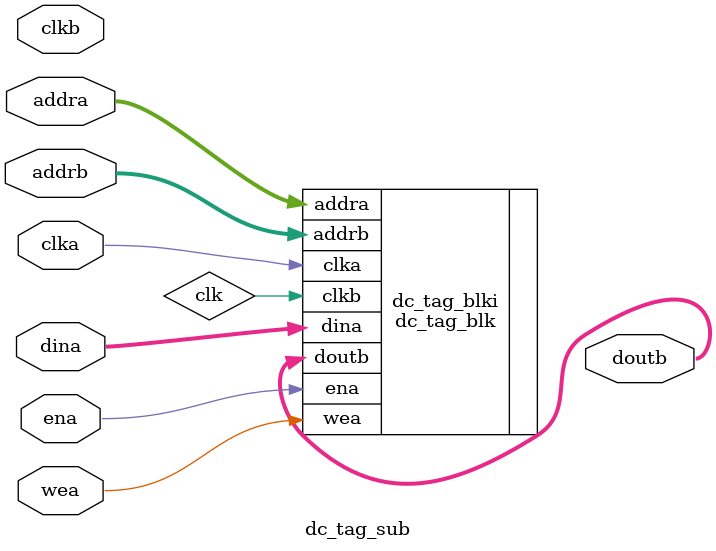
<source format=v>

/*******************************************************************************
*     This file is owned and controlled by Xilinx and must be used             *
*     solely for design, simulation, implementation and creation of            *
*     design files limited to Xilinx devices or technologies. Use              *
*     with non-Xilinx devices or technologies is expressly prohibited          *
*     and immediately terminates your license.                                 *
*                                                                              *
*     XILINX IS PROVIDING THIS DESIGN, CODE, OR INFORMATION "AS IS"            *
*     SOLELY FOR USE IN DEVELOPING PROGRAMS AND SOLUTIONS FOR                  *
*     XILINX DEVICES.  BY PROVIDING THIS DESIGN, CODE, OR INFORMATION          *
*     AS ONE POSSIBLE IMPLEMENTATION OF THIS FEATURE, APPLICATION              *
*     OR STANDARD, XILINX IS MAKING NO REPRESENTATION THAT THIS                *
*     IMPLEMENTATION IS FREE FROM ANY CLAIMS OF INFRINGEMENT,                  *
*     AND YOU ARE RESPONSIBLE FOR OBTAINING ANY RIGHTS YOU MAY REQUIRE         *
*     FOR YOUR IMPLEMENTATION.  XILINX EXPRESSLY DISCLAIMS ANY                 *
*     WARRANTY WHATSOEVER WITH RESPECT TO THE ADEQUACY OF THE                  *
*     IMPLEMENTATION, INCLUDING BUT NOT LIMITED TO ANY WARRANTIES OR           *
*     REPRESENTATIONS THAT THIS IMPLEMENTATION IS FREE FROM CLAIMS OF          *
*     INFRINGEMENT, IMPLIED WARRANTIES OF MERCHANTABILITY AND FITNESS          *
*     FOR A PARTICULAR PURPOSE.                                                *
*                                                                              *
*     Xilinx products are not intended for use in life support                 *
*     appliances, devices, or systems. Use in such applications are            *
*     expressly prohibited.                                                    *
*                                                                              *
*     (c) Copyright 1995-2009 Xilinx, Inc.                                     *
*     All rights reserved.                                                     *
*******************************************************************************/
// The synthesis directives "translate_off/translate_on" specified below are
// supported by Xilinx, Mentor Graphics and Synplicity synthesis
// tools. Ensure they are correct for your synthesis tool(s).

// You must compile the wrapper file dc_tag_blk.v when simulating
// the core, dc_tag_blk. When compiling the wrapper file, be sure to
// reference the XilinxCoreLib Verilog simulation library. For detailed
// instructions, please refer to the "CORE Generator Help".

`timescale 1ns/1ps

module dc_tag_sub(
	clka,
	ena,
	wea,
	addra,
	dina,
	clkb,
	addrb,
	doutb);


input clka;
input ena;
input [0 : 0] wea;
input [8 : 0] addra;
input [19 : 0] dina;
input clkb;
input [8 : 0] addrb;
output [19 : 0] doutb;

dc_tag_blk dc_tag_blki(
	.clka(clka),
	.ena(ena),
	.wea(wea),
	.addra(addra),
	.dina(dina),
	.clkb(clk),
	.addrb(addrb),
	.doutb(doutb));

endmodule


</source>
